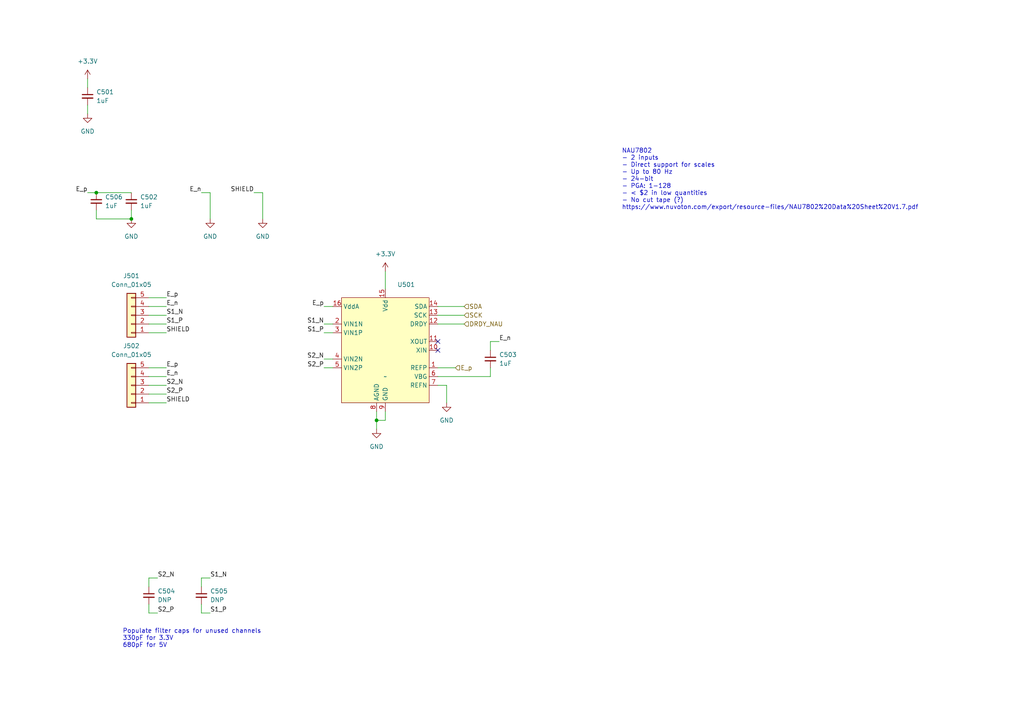
<source format=kicad_sch>
(kicad_sch (version 20230121) (generator eeschema)
  (paper "A4")
  (lib_symbols
    (symbol "BVH_Sensors:NAU7802"
      (property "Reference" "U" (at 0 33.02 0))
      (symbol "NAU7802_1_1"
        (rectangle (start -12.7 22.86) (end 12.7 -7.62) (fill (type background)))
        (pin input line (at 15.24 2.54 180) (length 2.54) (name "REFP") (number "1"))
        (pin input line (at 15.24 7.62 180) (length 2.54) (name "XIN") (number "10"))
        (pin input line (at 15.24 10.16 180) (length 2.54) (name "XOUT") (number "11"))
        (pin input line (at 15.24 15.24 180) (length 2.54) (name "DRDY") (number "12"))
        (pin input line (at 15.24 17.78 180) (length 2.54) (name "SCK") (number "13"))
        (pin input line (at 15.24 20.32 180) (length 2.54) (name "SDA") (number "14"))
        (pin input line (at 0 25.4 270) (length 2.54) (name "Vdd") (number "15"))
        (pin input line (at -15.24 20.32 0) (length 2.54) (name "VddA") (number "16"))
        (pin input line (at -15.24 15.24 0) (length 2.54) (name "VIN1N") (number "2"))
        (pin input line (at -15.24 12.7 0) (length 2.54) (name "VIN1P") (number "3"))
        (pin input line (at -15.24 5.08 0) (length 2.54) (name "VIN2N") (number "4"))
        (pin input line (at -15.24 2.54 0) (length 2.54) (name "VIN2P") (number "5"))
        (pin input line (at 15.24 0 180) (length 2.54) (name "VBG") (number "6"))
        (pin input line (at 15.24 -2.54 180) (length 2.54) (name "REFN") (number "7"))
        (pin input line (at -2.54 -10.16 90) (length 2.54) (name "AGND") (number "8"))
        (pin input line (at 0 -10.16 90) (length 2.54) (name "GND") (number "9"))
      )
    )
    (symbol "Connector_Generic:Conn_01x05" (pin_names (offset 1.016) hide)
      (property "Reference" "J" (at 0 7.62 0))
      (property "Value" "Conn_01x05" (at 0 -7.62 0))
      (symbol "Conn_01x05_1_1"
        (rectangle (start -1.27 -4.953) (end 0 -5.207) (stroke (width 0.1524)))
        (rectangle (start -1.27 -2.413) (end 0 -2.667) (stroke (width 0.1524)))
        (rectangle (start -1.27 0.127) (end 0 -0.127) (stroke (width 0.1524)))
        (rectangle (start -1.27 2.667) (end 0 2.413) (stroke (width 0.1524)))
        (rectangle (start -1.27 5.207) (end 0 4.953) (stroke (width 0.1524)))
        (rectangle (start -1.27 6.35) (end 1.27 -6.35) (stroke (width 0.254)) (fill (type background)))
        (pin passive line (at -5.08 5.08 0) (length 3.81) (name "Pin_1") (number "1"))
        (pin passive line (at -5.08 2.54 0) (length 3.81) (name "Pin_2") (number "2"))
        (pin passive line (at -5.08 0 0) (length 3.81) (name "Pin_3") (number "3"))
        (pin passive line (at -5.08 -2.54 0) (length 3.81) (name "Pin_4") (number "4"))
        (pin passive line (at -5.08 -5.08 0) (length 3.81) (name "Pin_5") (number "5"))
      )
    )
    (symbol "Device:C_Small" (pin_numbers hide) (pin_names (offset 0.254) hide)
      (property "Reference" "C" (at 0.254 1.778 0))
      (property "Value" "C_Small" (at 0.254 -2.032 0))
      (symbol "C_Small_0_1"
        (polyline (pts (xy -1.524 -0.508) (xy 1.524 -0.508)) (stroke (width 0.3302)))
        (polyline (pts (xy -1.524 0.508) (xy 1.524 0.508)) (stroke (width 0.3048)))
      )
      (symbol "C_Small_1_1"
        (pin passive line (at 0 2.54 270) (length 2.032) (name "~") (number "1"))
        (pin passive line (at 0 -2.54 90) (length 2.032) (name "~") (number "2"))
      )
    )
    (symbol "power:+3.3V" (power) (pin_names (offset 0))
      (property "Value" "+3.3V" (at 0 3.556 0))
      (symbol "+3.3V_0_1"
        (polyline (pts (xy -0.762 1.27) (xy 0 2.54)))
        (polyline (pts (xy 0 0) (xy 0 2.54)))
        (polyline (pts (xy 0 2.54) (xy 0.762 1.27)))
      )
      (symbol "+3.3V_1_1"
        (pin power_in line (at 0 0 90) (length 0) hide (name "+3.3V") (number "1"))
      )
    )
    (symbol "power:GND" (power) (pin_names (offset 0))
      (property "Value" "GND" (at 0 -3.81 0))
      (symbol "GND_0_1"
        (polyline (pts (xy 0 0) (xy 0 -1.27) (xy 1.27 -1.27) (xy 0 -2.54) (xy -1.27 -1.27) (xy 0 -1.27)))
      )
      (symbol "GND_1_1"
        (pin power_in line (at 0 0 270) (length 0) hide (name "GND") (number "1"))
      )
    )
  )
  (junction (at 109.22 121.92))
  (junction (at 38.1 63.5))
  (junction (at 27.94 55.88))
  (no_connect (at 127 101.6))
  (no_connect (at 127 99.06))
  (wire (pts (xy 93.98 88.9) (xy 96.52 88.9)))
  (wire (pts (xy 38.1 60.96) (xy 38.1 63.5)))
  (wire (pts (xy 43.18 177.8) (xy 45.72 177.8)))
  (wire (pts (xy 43.18 114.3) (xy 48.26 114.3)))
  (wire (pts (xy 43.18 116.84) (xy 48.26 116.84)))
  (wire (pts (xy 25.4 30.48) (xy 25.4 33.02)))
  (wire (pts (xy 142.24 101.6) (xy 142.24 99.06)))
  (wire (pts (xy 43.18 91.44) (xy 48.26 91.44)))
  (wire (pts (xy 142.24 106.68) (xy 142.24 109.22)))
  (wire (pts (xy 93.98 96.52) (xy 96.52 96.52)))
  (wire (pts (xy 27.94 63.5) (xy 38.1 63.5)))
  (wire (pts (xy 43.18 170.18) (xy 43.18 167.64)))
  (wire (pts (xy 43.18 93.98) (xy 48.26 93.98)))
  (wire (pts (xy 93.98 93.98) (xy 96.52 93.98)))
  (wire (pts (xy 27.94 60.96) (xy 27.94 63.5)))
  (wire (pts (xy 127 93.98) (xy 134.62 93.98)))
  (wire (pts (xy 43.18 111.76) (xy 48.26 111.76)))
  (wire (pts (xy 43.18 88.9) (xy 48.26 88.9)))
  (wire (pts (xy 109.22 121.92) (xy 109.22 124.46)))
  (wire (pts (xy 93.98 104.14) (xy 96.52 104.14)))
  (wire (pts (xy 111.76 121.92) (xy 109.22 121.92)))
  (wire (pts (xy 109.22 119.38) (xy 109.22 121.92)))
  (wire (pts (xy 43.18 96.52) (xy 48.26 96.52)))
  (wire (pts (xy 127 91.44) (xy 134.62 91.44)))
  (wire (pts (xy 58.42 175.26) (xy 58.42 177.8)))
  (wire (pts (xy 58.42 167.64) (xy 60.96 167.64)))
  (wire (pts (xy 60.96 55.88) (xy 60.96 63.5)))
  (wire (pts (xy 27.94 55.88) (xy 38.1 55.88)))
  (wire (pts (xy 127 106.68) (xy 132.08 106.68)))
  (wire (pts (xy 127 109.22) (xy 142.24 109.22)))
  (wire (pts (xy 58.42 177.8) (xy 60.96 177.8)))
  (wire (pts (xy 25.4 22.86) (xy 25.4 25.4)))
  (wire (pts (xy 76.2 55.88) (xy 76.2 63.5)))
  (wire (pts (xy 43.18 86.36) (xy 48.26 86.36)))
  (wire (pts (xy 73.66 55.88) (xy 76.2 55.88)))
  (wire (pts (xy 43.18 167.64) (xy 45.72 167.64)))
  (wire (pts (xy 142.24 99.06) (xy 144.78 99.06)))
  (wire (pts (xy 43.18 106.68) (xy 48.26 106.68)))
  (wire (pts (xy 58.42 170.18) (xy 58.42 167.64)))
  (wire (pts (xy 127 88.9) (xy 134.62 88.9)))
  (wire (pts (xy 43.18 109.22) (xy 48.26 109.22)))
  (wire (pts (xy 43.18 175.26) (xy 43.18 177.8)))
  (wire (pts (xy 111.76 119.38) (xy 111.76 121.92)))
  (wire (pts (xy 93.98 106.68) (xy 96.52 106.68)))
  (wire (pts (xy 129.54 111.76) (xy 129.54 116.84)))
  (wire (pts (xy 127 111.76) (xy 129.54 111.76)))
  (wire (pts (xy 111.76 78.74) (xy 111.76 83.82)))
  (wire (pts (xy 58.42 55.88) (xy 60.96 55.88)))
  (wire (pts (xy 25.4 55.88) (xy 27.94 55.88)))
  (text "NAU7802\n- 2 inputs\n- Direct support for scales\n- Up to 80 Hz\n- 24-bit\n- PGA: 1-128\n- < $2 in low quantities\n- No cut tape (?)\nhttps://www.nuvoton.com/export/resource-files/NAU7802%20Data%20Sheet%20V1.7.pdf" (at 180.34 60.96 0) (effects (font (size 1.27 1.27)) (justify left bottom)))
  (text "Populate filter caps for unused channels\n330pF for 3.3V\n680pF for 5V" (at 35.56 187.96 0) (effects (font (size 1.27 1.27)) (justify left bottom)))
  (label "S2_P" (at 45.72 177.8 0))
  (label "S1_N" (at 60.96 167.64 0))
  (label "SHIELD" (at 48.26 116.84 0))
  (label "S2_N" (at 48.26 111.76 0))
  (label "S1_P" (at 48.26 93.98 0))
  (label "E_n" (at 48.26 88.9 0))
  (label "S2_N" (at 93.98 104.14 180))
  (label "SHIELD" (at 73.66 55.88 180))
  (label "S1_P" (at 93.98 96.52 180))
  (label "E_p" (at 93.98 88.9 180))
  (label "S2_P" (at 48.26 114.3 0))
  (label "S1_N" (at 48.26 91.44 0))
  (label "S1_N" (at 93.98 93.98 180))
  (label "E_n" (at 144.78 99.06 0))
  (label "E_n" (at 58.42 55.88 180))
  (label "S1_P" (at 60.96 177.8 0))
  (label "E_p" (at 48.26 86.36 0))
  (label "E_p" (at 25.4 55.88 180))
  (label "E_n" (at 48.26 109.22 0))
  (label "E_p" (at 48.26 106.68 0))
  (label "S2_P" (at 93.98 106.68 180))
  (label "S2_N" (at 45.72 167.64 0))
  (label "SHIELD" (at 48.26 96.52 0))
  (hierarchical_label "E_p" (shape input) (at 132.08 106.68 0))
  (hierarchical_label "SCK" (shape input) (at 134.62 91.44 0))
  (hierarchical_label "DRDY_NAU" (shape input) (at 134.62 93.98 0))
  (hierarchical_label "SDA" (shape input) (at 134.62 88.9 0))
  (symbol (lib_id "Connector_Generic:Conn_01x05") (at 38.1 111.76 180) (unit 1)
    (property "Reference" "J502" (at 38.1 100.33 0))
    (property "Value" "Conn_01x05" (at 38.1 102.87 0))
  )
  (symbol (lib_id "Device:C_Small") (at 43.18 172.72 0) (unit 1)
    (property "Reference" "C504" (at 45.72 171.4563 0) (effects (justify left)))
    (property "Value" "DNP" (at 45.72 173.9963 0) (effects (justify left)))
    (property "Footprint" "Capacitor_SMD:C_0805_2012Metric" (effects hide))
  )
  (symbol (lib_id "power:GND") (at 38.1 63.5 0) (unit 1)
    (property "Reference" "#PWR0503" (effects hide))
    (property "Value" "GND" (at 38.1 68.58 0))
  )
  (symbol (lib_id "Device:C_Small") (at 58.42 172.72 0) (unit 1)
    (property "Reference" "C505" (at 60.96 171.4563 0) (effects (justify left)))
    (property "Value" "DNP" (at 60.96 173.9963 0) (effects (justify left)))
    (property "Footprint" "Capacitor_SMD:C_0805_2012Metric" (effects hide))
  )
  (symbol (lib_id "power:GND") (at 129.54 116.84 0) (unit 1)
    (property "Reference" "#PWR0505" (effects hide))
    (property "Value" "GND" (at 129.54 121.92 0))
  )
  (symbol (lib_id "Device:C_Small") (at 142.24 104.14 0) (unit 1)
    (property "Reference" "C503" (at 144.78 102.8763 0) (effects (justify left)))
    (property "Value" "1uF" (at 144.78 105.4163 0) (effects (justify left)))
    (property "Footprint" "Capacitor_SMD:C_0805_2012Metric" (effects hide))
  )
  (symbol (lib_id "power:GND") (at 109.22 124.46 0) (unit 1)
    (property "Reference" "#PWR0504" (effects hide))
    (property "Value" "GND" (at 109.22 129.54 0))
  )
  (symbol (lib_id "Device:C_Small") (at 25.4 27.94 0) (unit 1)
    (property "Reference" "C501" (at 27.94 26.6763 0) (effects (justify left)))
    (property "Value" "1uF" (at 27.94 29.2163 0) (effects (justify left)))
    (property "Footprint" "Capacitor_SMD:C_0805_2012Metric" (effects hide))
  )
  (symbol (lib_id "power:+3.3V") (at 111.76 78.74 0) (unit 1)
    (property "Reference" "#PWR0508" (effects hide))
    (property "Value" "+3.3V" (at 111.76 73.66 0))
  )
  (symbol (lib_id "power:GND") (at 76.2 63.5 0) (unit 1)
    (property "Reference" "#PWR0507" (effects hide))
    (property "Value" "GND" (at 76.2 68.58 0))
  )
  (symbol (lib_id "BVH_Sensors:NAU7802") (at 111.76 109.22 0) (unit 1)
    (property "Reference" "U501" (at 115.2241 82.55 0) (effects (justify left)))
    (property "Value" "~" (at 111.76 109.22 0))
    (property "Footprint" "Package_SO:SOIC-16_3.9x9.9mm_P1.27mm" (effects hide))
    (property "Datasheet" "https://www.nuvoton.com/export/resource-files/NAU7802%20Data%20Sheet%20V1.7.pdf" (effects hide))
  )
  (symbol (lib_id "power:GND") (at 25.4 33.02 0) (unit 1)
    (property "Reference" "#PWR0502" (effects hide))
    (property "Value" "GND" (at 25.4 38.1 0))
  )
  (symbol (lib_id "Device:C_Small") (at 38.1 58.42 0) (unit 1)
    (property "Reference" "C502" (at 40.64 57.1563 0) (effects (justify left)))
    (property "Value" "1uF" (at 40.64 59.6963 0) (effects (justify left)))
    (property "Footprint" "Capacitor_SMD:C_0805_2012Metric" (effects hide))
  )
  (symbol (lib_id "power:GND") (at 60.96 63.5 0) (unit 1)
    (property "Reference" "#PWR0506" (effects hide))
    (property "Value" "GND" (at 60.96 68.58 0))
  )
  (symbol (lib_id "Device:C_Small") (at 27.94 58.42 0) (unit 1)
    (property "Reference" "C506" (at 30.48 57.1563 0) (effects (justify left)))
    (property "Value" "1uF" (at 30.48 59.6963 0) (effects (justify left)))
    (property "Footprint" "Capacitor_SMD:C_0805_2012Metric" (effects hide))
  )
  (symbol (lib_id "power:+3.3V") (at 25.4 22.86 0) (unit 1)
    (property "Reference" "#PWR0501" (effects hide))
    (property "Value" "+3.3V" (at 25.4 17.78 0))
  )
  (symbol (lib_id "Connector_Generic:Conn_01x05") (at 38.1 91.44 180) (unit 1)
    (property "Reference" "J501" (at 38.1 80.01 0))
    (property "Value" "Conn_01x05" (at 38.1 82.55 0))
  )
)
</source>
